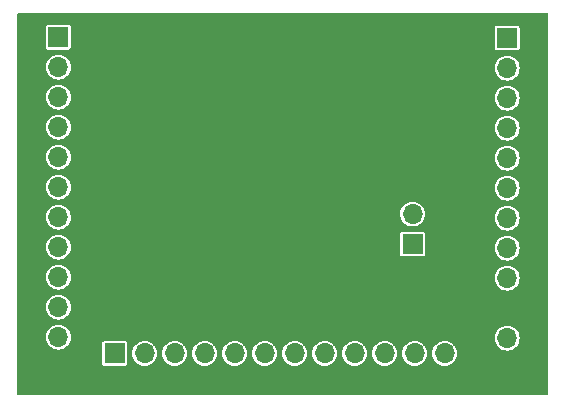
<source format=gbr>
%TF.GenerationSoftware,KiCad,Pcbnew,8.0.1*%
%TF.CreationDate,2024-04-24T16:47:31+07:00*%
%TF.ProjectId,holyiot-21043-nrf52810,686f6c79-696f-4742-9d32-313034332d6e,rev?*%
%TF.SameCoordinates,Original*%
%TF.FileFunction,Copper,L2,Bot*%
%TF.FilePolarity,Positive*%
%FSLAX46Y46*%
G04 Gerber Fmt 4.6, Leading zero omitted, Abs format (unit mm)*
G04 Created by KiCad (PCBNEW 8.0.1) date 2024-04-24 16:47:31*
%MOMM*%
%LPD*%
G01*
G04 APERTURE LIST*
%TA.AperFunction,ComponentPad*%
%ADD10R,1.700000X1.700000*%
%TD*%
%TA.AperFunction,ComponentPad*%
%ADD11O,1.700000X1.700000*%
%TD*%
%TA.AperFunction,ViaPad*%
%ADD12C,0.600000*%
%TD*%
G04 APERTURE END LIST*
D10*
%TO.P,J1,1,Pin_1*%
%TO.N,/P0.25*%
X162000000Y-101300000D03*
D11*
%TO.P,J1,2,Pin_2*%
%TO.N,/P0.26*%
X162000000Y-103840000D03*
%TO.P,J1,3,Pin_3*%
%TO.N,/P0.27*%
X162000000Y-106380000D03*
%TO.P,J1,4,Pin_4*%
%TO.N,/P0.28*%
X162000000Y-108920000D03*
%TO.P,J1,5,Pin_5*%
%TO.N,/P0.29*%
X162000000Y-111460000D03*
%TO.P,J1,6,Pin_6*%
%TO.N,/P0.30*%
X162000000Y-114000000D03*
%TO.P,J1,7,Pin_7*%
%TO.N,/P0.31*%
X162000000Y-116540000D03*
%TO.P,J1,8,Pin_8*%
%TO.N,/P0.02*%
X162000000Y-119080000D03*
%TO.P,J1,9,Pin_9*%
%TO.N,/P0.03*%
X162000000Y-121620000D03*
%TO.P,J1,10,Pin_10*%
%TO.N,/GND*%
X162000000Y-124160000D03*
%TO.P,J1,11,Pin_11*%
%TO.N,/VCC*%
X162000000Y-126700000D03*
%TD*%
D10*
%TO.P,J4,1,Pin_1*%
%TO.N,/VCC*%
X154000000Y-118740000D03*
D11*
%TO.P,J4,2,Pin_2*%
%TO.N,Net-(J4-Pin_2)*%
X154000000Y-116200000D03*
%TD*%
D10*
%TO.P,J2,1,Pin_1*%
%TO.N,/P0.24*%
X124000000Y-101220000D03*
D11*
%TO.P,J2,2,Pin_2*%
%TO.N,/P0.23*%
X124000000Y-103760000D03*
%TO.P,J2,3,Pin_3*%
%TO.N,/P0.22*%
X124000000Y-106300000D03*
%TO.P,J2,4,Pin_4*%
%TO.N,/SWDIO*%
X124000000Y-108840000D03*
%TO.P,J2,5,Pin_5*%
%TO.N,/SWDCLK*%
X124000000Y-111380000D03*
%TO.P,J2,6,Pin_6*%
%TO.N,/P0.16*%
X124000000Y-113920000D03*
%TO.P,J2,7,Pin_7*%
%TO.N,/P0.17*%
X124000000Y-116460000D03*
%TO.P,J2,8,Pin_8*%
%TO.N,/P0.18*%
X124000000Y-119000000D03*
%TO.P,J2,9,Pin_9*%
%TO.N,/P0.19*%
X124000000Y-121540000D03*
%TO.P,J2,10,Pin_10*%
%TO.N,/P0.20*%
X124000000Y-124080000D03*
%TO.P,J2,11,Pin_11*%
%TO.N,/P0.21{slash}RESET*%
X124000000Y-126620000D03*
%TD*%
D10*
%TO.P,J3,1,Pin_1*%
%TO.N,/P0.15*%
X128760000Y-128000000D03*
D11*
%TO.P,J3,2,Pin_2*%
%TO.N,/P0.14*%
X131300000Y-128000000D03*
%TO.P,J3,3,Pin_3*%
%TO.N,/P0.13*%
X133840000Y-128000000D03*
%TO.P,J3,4,Pin_4*%
%TO.N,/P0.12*%
X136380000Y-128000000D03*
%TO.P,J3,5,Pin_5*%
%TO.N,/P0.11*%
X138920000Y-128000000D03*
%TO.P,J3,6,Pin_6*%
%TO.N,/P0.10*%
X141460000Y-128000000D03*
%TO.P,J3,7,Pin_7*%
%TO.N,/P0.09*%
X144000000Y-128000000D03*
%TO.P,J3,8,Pin_8*%
%TO.N,/P0.08*%
X146540000Y-128000000D03*
%TO.P,J3,9,Pin_9*%
%TO.N,/P0.07*%
X149080000Y-128000000D03*
%TO.P,J3,10,Pin_10*%
%TO.N,/P0.06*%
X151620000Y-128000000D03*
%TO.P,J3,11,Pin_11*%
%TO.N,/P0.05*%
X154160000Y-128000000D03*
%TO.P,J3,12,Pin_12*%
%TO.N,/P0.04*%
X156700000Y-128000000D03*
%TD*%
D12*
%TO.N,/GND*%
X153000000Y-109600000D03*
X148800000Y-110200000D03*
X152000000Y-109600000D03*
X148800000Y-109000000D03*
%TD*%
%TA.AperFunction,Conductor*%
%TO.N,/GND*%
G36*
X165442539Y-99220185D02*
G01*
X165488294Y-99272989D01*
X165499500Y-99324500D01*
X165499500Y-131375500D01*
X165479815Y-131442539D01*
X165427011Y-131488294D01*
X165375500Y-131499500D01*
X120624500Y-131499500D01*
X120557461Y-131479815D01*
X120511706Y-131427011D01*
X120500500Y-131375500D01*
X120500500Y-128869752D01*
X127709500Y-128869752D01*
X127721131Y-128928229D01*
X127721132Y-128928230D01*
X127765447Y-128994552D01*
X127831769Y-129038867D01*
X127831770Y-129038868D01*
X127890247Y-129050499D01*
X127890250Y-129050500D01*
X127890252Y-129050500D01*
X129629750Y-129050500D01*
X129629751Y-129050499D01*
X129644568Y-129047552D01*
X129688229Y-129038868D01*
X129688229Y-129038867D01*
X129688231Y-129038867D01*
X129754552Y-128994552D01*
X129798867Y-128928231D01*
X129798867Y-128928229D01*
X129798868Y-128928229D01*
X129810499Y-128869752D01*
X129810500Y-128869750D01*
X129810500Y-128000000D01*
X130244417Y-128000000D01*
X130264699Y-128205932D01*
X130264700Y-128205934D01*
X130324768Y-128403954D01*
X130422315Y-128586450D01*
X130422317Y-128586452D01*
X130553589Y-128746410D01*
X130650209Y-128825702D01*
X130713550Y-128877685D01*
X130896046Y-128975232D01*
X131094066Y-129035300D01*
X131094065Y-129035300D01*
X131112529Y-129037118D01*
X131300000Y-129055583D01*
X131505934Y-129035300D01*
X131703954Y-128975232D01*
X131886450Y-128877685D01*
X132046410Y-128746410D01*
X132177685Y-128586450D01*
X132275232Y-128403954D01*
X132335300Y-128205934D01*
X132355583Y-128000000D01*
X132784417Y-128000000D01*
X132804699Y-128205932D01*
X132804700Y-128205934D01*
X132864768Y-128403954D01*
X132962315Y-128586450D01*
X132962317Y-128586452D01*
X133093589Y-128746410D01*
X133190209Y-128825702D01*
X133253550Y-128877685D01*
X133436046Y-128975232D01*
X133634066Y-129035300D01*
X133634065Y-129035300D01*
X133652529Y-129037118D01*
X133840000Y-129055583D01*
X134045934Y-129035300D01*
X134243954Y-128975232D01*
X134426450Y-128877685D01*
X134586410Y-128746410D01*
X134717685Y-128586450D01*
X134815232Y-128403954D01*
X134875300Y-128205934D01*
X134895583Y-128000000D01*
X135324417Y-128000000D01*
X135344699Y-128205932D01*
X135344700Y-128205934D01*
X135404768Y-128403954D01*
X135502315Y-128586450D01*
X135502317Y-128586452D01*
X135633589Y-128746410D01*
X135730209Y-128825702D01*
X135793550Y-128877685D01*
X135976046Y-128975232D01*
X136174066Y-129035300D01*
X136174065Y-129035300D01*
X136192529Y-129037118D01*
X136380000Y-129055583D01*
X136585934Y-129035300D01*
X136783954Y-128975232D01*
X136966450Y-128877685D01*
X137126410Y-128746410D01*
X137257685Y-128586450D01*
X137355232Y-128403954D01*
X137415300Y-128205934D01*
X137435583Y-128000000D01*
X137864417Y-128000000D01*
X137884699Y-128205932D01*
X137884700Y-128205934D01*
X137944768Y-128403954D01*
X138042315Y-128586450D01*
X138042317Y-128586452D01*
X138173589Y-128746410D01*
X138270209Y-128825702D01*
X138333550Y-128877685D01*
X138516046Y-128975232D01*
X138714066Y-129035300D01*
X138714065Y-129035300D01*
X138732529Y-129037118D01*
X138920000Y-129055583D01*
X139125934Y-129035300D01*
X139323954Y-128975232D01*
X139506450Y-128877685D01*
X139666410Y-128746410D01*
X139797685Y-128586450D01*
X139895232Y-128403954D01*
X139955300Y-128205934D01*
X139975583Y-128000000D01*
X140404417Y-128000000D01*
X140424699Y-128205932D01*
X140424700Y-128205934D01*
X140484768Y-128403954D01*
X140582315Y-128586450D01*
X140582317Y-128586452D01*
X140713589Y-128746410D01*
X140810209Y-128825702D01*
X140873550Y-128877685D01*
X141056046Y-128975232D01*
X141254066Y-129035300D01*
X141254065Y-129035300D01*
X141272529Y-129037118D01*
X141460000Y-129055583D01*
X141665934Y-129035300D01*
X141863954Y-128975232D01*
X142046450Y-128877685D01*
X142206410Y-128746410D01*
X142337685Y-128586450D01*
X142435232Y-128403954D01*
X142495300Y-128205934D01*
X142515583Y-128000000D01*
X142944417Y-128000000D01*
X142964699Y-128205932D01*
X142964700Y-128205934D01*
X143024768Y-128403954D01*
X143122315Y-128586450D01*
X143122317Y-128586452D01*
X143253589Y-128746410D01*
X143350209Y-128825702D01*
X143413550Y-128877685D01*
X143596046Y-128975232D01*
X143794066Y-129035300D01*
X143794065Y-129035300D01*
X143812529Y-129037118D01*
X144000000Y-129055583D01*
X144205934Y-129035300D01*
X144403954Y-128975232D01*
X144586450Y-128877685D01*
X144746410Y-128746410D01*
X144877685Y-128586450D01*
X144975232Y-128403954D01*
X145035300Y-128205934D01*
X145055583Y-128000000D01*
X145484417Y-128000000D01*
X145504699Y-128205932D01*
X145504700Y-128205934D01*
X145564768Y-128403954D01*
X145662315Y-128586450D01*
X145662317Y-128586452D01*
X145793589Y-128746410D01*
X145890209Y-128825702D01*
X145953550Y-128877685D01*
X146136046Y-128975232D01*
X146334066Y-129035300D01*
X146334065Y-129035300D01*
X146352529Y-129037118D01*
X146540000Y-129055583D01*
X146745934Y-129035300D01*
X146943954Y-128975232D01*
X147126450Y-128877685D01*
X147286410Y-128746410D01*
X147417685Y-128586450D01*
X147515232Y-128403954D01*
X147575300Y-128205934D01*
X147595583Y-128000000D01*
X148024417Y-128000000D01*
X148044699Y-128205932D01*
X148044700Y-128205934D01*
X148104768Y-128403954D01*
X148202315Y-128586450D01*
X148202317Y-128586452D01*
X148333589Y-128746410D01*
X148430209Y-128825702D01*
X148493550Y-128877685D01*
X148676046Y-128975232D01*
X148874066Y-129035300D01*
X148874065Y-129035300D01*
X148892529Y-129037118D01*
X149080000Y-129055583D01*
X149285934Y-129035300D01*
X149483954Y-128975232D01*
X149666450Y-128877685D01*
X149826410Y-128746410D01*
X149957685Y-128586450D01*
X150055232Y-128403954D01*
X150115300Y-128205934D01*
X150135583Y-128000000D01*
X150564417Y-128000000D01*
X150584699Y-128205932D01*
X150584700Y-128205934D01*
X150644768Y-128403954D01*
X150742315Y-128586450D01*
X150742317Y-128586452D01*
X150873589Y-128746410D01*
X150970209Y-128825702D01*
X151033550Y-128877685D01*
X151216046Y-128975232D01*
X151414066Y-129035300D01*
X151414065Y-129035300D01*
X151432529Y-129037118D01*
X151620000Y-129055583D01*
X151825934Y-129035300D01*
X152023954Y-128975232D01*
X152206450Y-128877685D01*
X152366410Y-128746410D01*
X152497685Y-128586450D01*
X152595232Y-128403954D01*
X152655300Y-128205934D01*
X152675583Y-128000000D01*
X153104417Y-128000000D01*
X153124699Y-128205932D01*
X153124700Y-128205934D01*
X153184768Y-128403954D01*
X153282315Y-128586450D01*
X153282317Y-128586452D01*
X153413589Y-128746410D01*
X153510209Y-128825702D01*
X153573550Y-128877685D01*
X153756046Y-128975232D01*
X153954066Y-129035300D01*
X153954065Y-129035300D01*
X153972529Y-129037118D01*
X154160000Y-129055583D01*
X154365934Y-129035300D01*
X154563954Y-128975232D01*
X154746450Y-128877685D01*
X154906410Y-128746410D01*
X155037685Y-128586450D01*
X155135232Y-128403954D01*
X155195300Y-128205934D01*
X155215583Y-128000000D01*
X155644417Y-128000000D01*
X155664699Y-128205932D01*
X155664700Y-128205934D01*
X155724768Y-128403954D01*
X155822315Y-128586450D01*
X155822317Y-128586452D01*
X155953589Y-128746410D01*
X156050209Y-128825702D01*
X156113550Y-128877685D01*
X156296046Y-128975232D01*
X156494066Y-129035300D01*
X156494065Y-129035300D01*
X156512529Y-129037118D01*
X156700000Y-129055583D01*
X156905934Y-129035300D01*
X157103954Y-128975232D01*
X157286450Y-128877685D01*
X157446410Y-128746410D01*
X157577685Y-128586450D01*
X157675232Y-128403954D01*
X157735300Y-128205934D01*
X157755583Y-128000000D01*
X157735300Y-127794066D01*
X157675232Y-127596046D01*
X157577685Y-127413550D01*
X157525702Y-127350209D01*
X157446410Y-127253589D01*
X157296121Y-127130252D01*
X157286450Y-127122315D01*
X157103954Y-127024768D01*
X156905934Y-126964700D01*
X156905932Y-126964699D01*
X156905934Y-126964699D01*
X156700000Y-126944417D01*
X156494067Y-126964699D01*
X156359736Y-127005448D01*
X156298730Y-127023954D01*
X156296043Y-127024769D01*
X156208114Y-127071769D01*
X156113550Y-127122315D01*
X156113548Y-127122316D01*
X156113547Y-127122317D01*
X155953589Y-127253589D01*
X155822317Y-127413547D01*
X155724769Y-127596043D01*
X155664699Y-127794067D01*
X155644417Y-128000000D01*
X155215583Y-128000000D01*
X155195300Y-127794066D01*
X155135232Y-127596046D01*
X155037685Y-127413550D01*
X154985702Y-127350209D01*
X154906410Y-127253589D01*
X154756121Y-127130252D01*
X154746450Y-127122315D01*
X154563954Y-127024768D01*
X154365934Y-126964700D01*
X154365932Y-126964699D01*
X154365934Y-126964699D01*
X154160000Y-126944417D01*
X153954067Y-126964699D01*
X153819736Y-127005448D01*
X153758730Y-127023954D01*
X153756043Y-127024769D01*
X153668114Y-127071769D01*
X153573550Y-127122315D01*
X153573548Y-127122316D01*
X153573547Y-127122317D01*
X153413589Y-127253589D01*
X153282317Y-127413547D01*
X153184769Y-127596043D01*
X153124699Y-127794067D01*
X153104417Y-128000000D01*
X152675583Y-128000000D01*
X152655300Y-127794066D01*
X152595232Y-127596046D01*
X152497685Y-127413550D01*
X152445702Y-127350209D01*
X152366410Y-127253589D01*
X152216121Y-127130252D01*
X152206450Y-127122315D01*
X152023954Y-127024768D01*
X151825934Y-126964700D01*
X151825932Y-126964699D01*
X151825934Y-126964699D01*
X151620000Y-126944417D01*
X151414067Y-126964699D01*
X151279736Y-127005448D01*
X151218730Y-127023954D01*
X151216043Y-127024769D01*
X151128114Y-127071769D01*
X151033550Y-127122315D01*
X151033548Y-127122316D01*
X151033547Y-127122317D01*
X150873589Y-127253589D01*
X150742317Y-127413547D01*
X150644769Y-127596043D01*
X150584699Y-127794067D01*
X150564417Y-128000000D01*
X150135583Y-128000000D01*
X150115300Y-127794066D01*
X150055232Y-127596046D01*
X149957685Y-127413550D01*
X149905702Y-127350209D01*
X149826410Y-127253589D01*
X149676121Y-127130252D01*
X149666450Y-127122315D01*
X149483954Y-127024768D01*
X149285934Y-126964700D01*
X149285932Y-126964699D01*
X149285934Y-126964699D01*
X149080000Y-126944417D01*
X148874067Y-126964699D01*
X148739736Y-127005448D01*
X148678730Y-127023954D01*
X148676043Y-127024769D01*
X148588114Y-127071769D01*
X148493550Y-127122315D01*
X148493548Y-127122316D01*
X148493547Y-127122317D01*
X148333589Y-127253589D01*
X148202317Y-127413547D01*
X148104769Y-127596043D01*
X148044699Y-127794067D01*
X148024417Y-128000000D01*
X147595583Y-128000000D01*
X147575300Y-127794066D01*
X147515232Y-127596046D01*
X147417685Y-127413550D01*
X147365702Y-127350209D01*
X147286410Y-127253589D01*
X147136121Y-127130252D01*
X147126450Y-127122315D01*
X146943954Y-127024768D01*
X146745934Y-126964700D01*
X146745932Y-126964699D01*
X146745934Y-126964699D01*
X146540000Y-126944417D01*
X146334067Y-126964699D01*
X146199736Y-127005448D01*
X146138730Y-127023954D01*
X146136043Y-127024769D01*
X146048114Y-127071769D01*
X145953550Y-127122315D01*
X145953548Y-127122316D01*
X145953547Y-127122317D01*
X145793589Y-127253589D01*
X145662317Y-127413547D01*
X145564769Y-127596043D01*
X145504699Y-127794067D01*
X145484417Y-128000000D01*
X145055583Y-128000000D01*
X145035300Y-127794066D01*
X144975232Y-127596046D01*
X144877685Y-127413550D01*
X144825702Y-127350209D01*
X144746410Y-127253589D01*
X144596121Y-127130252D01*
X144586450Y-127122315D01*
X144403954Y-127024768D01*
X144205934Y-126964700D01*
X144205932Y-126964699D01*
X144205934Y-126964699D01*
X144000000Y-126944417D01*
X143794067Y-126964699D01*
X143659736Y-127005448D01*
X143598730Y-127023954D01*
X143596043Y-127024769D01*
X143508114Y-127071769D01*
X143413550Y-127122315D01*
X143413548Y-127122316D01*
X143413547Y-127122317D01*
X143253589Y-127253589D01*
X143122317Y-127413547D01*
X143024769Y-127596043D01*
X142964699Y-127794067D01*
X142944417Y-128000000D01*
X142515583Y-128000000D01*
X142495300Y-127794066D01*
X142435232Y-127596046D01*
X142337685Y-127413550D01*
X142285702Y-127350209D01*
X142206410Y-127253589D01*
X142056121Y-127130252D01*
X142046450Y-127122315D01*
X141863954Y-127024768D01*
X141665934Y-126964700D01*
X141665932Y-126964699D01*
X141665934Y-126964699D01*
X141460000Y-126944417D01*
X141254067Y-126964699D01*
X141119736Y-127005448D01*
X141058730Y-127023954D01*
X141056043Y-127024769D01*
X140968114Y-127071769D01*
X140873550Y-127122315D01*
X140873548Y-127122316D01*
X140873547Y-127122317D01*
X140713589Y-127253589D01*
X140582317Y-127413547D01*
X140484769Y-127596043D01*
X140424699Y-127794067D01*
X140404417Y-128000000D01*
X139975583Y-128000000D01*
X139955300Y-127794066D01*
X139895232Y-127596046D01*
X139797685Y-127413550D01*
X139745702Y-127350209D01*
X139666410Y-127253589D01*
X139516121Y-127130252D01*
X139506450Y-127122315D01*
X139323954Y-127024768D01*
X139125934Y-126964700D01*
X139125932Y-126964699D01*
X139125934Y-126964699D01*
X138920000Y-126944417D01*
X138714067Y-126964699D01*
X138579736Y-127005448D01*
X138518730Y-127023954D01*
X138516043Y-127024769D01*
X138428114Y-127071769D01*
X138333550Y-127122315D01*
X138333548Y-127122316D01*
X138333547Y-127122317D01*
X138173589Y-127253589D01*
X138042317Y-127413547D01*
X137944769Y-127596043D01*
X137884699Y-127794067D01*
X137864417Y-128000000D01*
X137435583Y-128000000D01*
X137415300Y-127794066D01*
X137355232Y-127596046D01*
X137257685Y-127413550D01*
X137205702Y-127350209D01*
X137126410Y-127253589D01*
X136976121Y-127130252D01*
X136966450Y-127122315D01*
X136783954Y-127024768D01*
X136585934Y-126964700D01*
X136585932Y-126964699D01*
X136585934Y-126964699D01*
X136380000Y-126944417D01*
X136174067Y-126964699D01*
X136039736Y-127005448D01*
X135978730Y-127023954D01*
X135976043Y-127024769D01*
X135888114Y-127071769D01*
X135793550Y-127122315D01*
X135793548Y-127122316D01*
X135793547Y-127122317D01*
X135633589Y-127253589D01*
X135502317Y-127413547D01*
X135404769Y-127596043D01*
X135344699Y-127794067D01*
X135324417Y-128000000D01*
X134895583Y-128000000D01*
X134875300Y-127794066D01*
X134815232Y-127596046D01*
X134717685Y-127413550D01*
X134665702Y-127350209D01*
X134586410Y-127253589D01*
X134436121Y-127130252D01*
X134426450Y-127122315D01*
X134243954Y-127024768D01*
X134045934Y-126964700D01*
X134045932Y-126964699D01*
X134045934Y-126964699D01*
X133840000Y-126944417D01*
X133634067Y-126964699D01*
X133499736Y-127005448D01*
X133438730Y-127023954D01*
X133436043Y-127024769D01*
X133348114Y-127071769D01*
X133253550Y-127122315D01*
X133253548Y-127122316D01*
X133253547Y-127122317D01*
X133093589Y-127253589D01*
X132962317Y-127413547D01*
X132864769Y-127596043D01*
X132804699Y-127794067D01*
X132784417Y-128000000D01*
X132355583Y-128000000D01*
X132335300Y-127794066D01*
X132275232Y-127596046D01*
X132177685Y-127413550D01*
X132125702Y-127350209D01*
X132046410Y-127253589D01*
X131896121Y-127130252D01*
X131886450Y-127122315D01*
X131703954Y-127024768D01*
X131505934Y-126964700D01*
X131505932Y-126964699D01*
X131505934Y-126964699D01*
X131300000Y-126944417D01*
X131094067Y-126964699D01*
X130959736Y-127005448D01*
X130898730Y-127023954D01*
X130896043Y-127024769D01*
X130808114Y-127071769D01*
X130713550Y-127122315D01*
X130713548Y-127122316D01*
X130713547Y-127122317D01*
X130553589Y-127253589D01*
X130422317Y-127413547D01*
X130324769Y-127596043D01*
X130264699Y-127794067D01*
X130244417Y-128000000D01*
X129810500Y-128000000D01*
X129810500Y-127130249D01*
X129810499Y-127130247D01*
X129798868Y-127071770D01*
X129798867Y-127071769D01*
X129754552Y-127005447D01*
X129688230Y-126961132D01*
X129688229Y-126961131D01*
X129629752Y-126949500D01*
X129629748Y-126949500D01*
X127890252Y-126949500D01*
X127890247Y-126949500D01*
X127831770Y-126961131D01*
X127831769Y-126961132D01*
X127765447Y-127005447D01*
X127721132Y-127071769D01*
X127721131Y-127071770D01*
X127709500Y-127130247D01*
X127709500Y-128869752D01*
X120500500Y-128869752D01*
X120500500Y-126620000D01*
X122944417Y-126620000D01*
X122964699Y-126825932D01*
X122964700Y-126825934D01*
X123024768Y-127023954D01*
X123122315Y-127206450D01*
X123122317Y-127206452D01*
X123253589Y-127366410D01*
X123350209Y-127445702D01*
X123413550Y-127497685D01*
X123596046Y-127595232D01*
X123794066Y-127655300D01*
X123794065Y-127655300D01*
X123812529Y-127657118D01*
X124000000Y-127675583D01*
X124205934Y-127655300D01*
X124403954Y-127595232D01*
X124586450Y-127497685D01*
X124746410Y-127366410D01*
X124877685Y-127206450D01*
X124975232Y-127023954D01*
X125035300Y-126825934D01*
X125047704Y-126700000D01*
X160944417Y-126700000D01*
X160964699Y-126905932D01*
X160981444Y-126961132D01*
X161024768Y-127103954D01*
X161122315Y-127286450D01*
X161122317Y-127286452D01*
X161253589Y-127446410D01*
X161316065Y-127497682D01*
X161413550Y-127577685D01*
X161596046Y-127675232D01*
X161794066Y-127735300D01*
X161794065Y-127735300D01*
X161812529Y-127737118D01*
X162000000Y-127755583D01*
X162205934Y-127735300D01*
X162403954Y-127675232D01*
X162586450Y-127577685D01*
X162746410Y-127446410D01*
X162877685Y-127286450D01*
X162975232Y-127103954D01*
X163035300Y-126905934D01*
X163055583Y-126700000D01*
X163035300Y-126494066D01*
X162975232Y-126296046D01*
X162877685Y-126113550D01*
X162812029Y-126033547D01*
X162746410Y-125953589D01*
X162586452Y-125822317D01*
X162586453Y-125822317D01*
X162586450Y-125822315D01*
X162403954Y-125724768D01*
X162205934Y-125664700D01*
X162205932Y-125664699D01*
X162205934Y-125664699D01*
X162000000Y-125644417D01*
X161794067Y-125664699D01*
X161596043Y-125724769D01*
X161563214Y-125742317D01*
X161413550Y-125822315D01*
X161413548Y-125822316D01*
X161413547Y-125822317D01*
X161253589Y-125953589D01*
X161122317Y-126113547D01*
X161024769Y-126296043D01*
X160964699Y-126494067D01*
X160944417Y-126700000D01*
X125047704Y-126700000D01*
X125055583Y-126620000D01*
X125035300Y-126414066D01*
X124975232Y-126216046D01*
X124877685Y-126033550D01*
X124812063Y-125953589D01*
X124746410Y-125873589D01*
X124586452Y-125742317D01*
X124586453Y-125742317D01*
X124586450Y-125742315D01*
X124403954Y-125644768D01*
X124205934Y-125584700D01*
X124205932Y-125584699D01*
X124205934Y-125584699D01*
X124000000Y-125564417D01*
X123794067Y-125584699D01*
X123596043Y-125644769D01*
X123485898Y-125703643D01*
X123413550Y-125742315D01*
X123413548Y-125742316D01*
X123413547Y-125742317D01*
X123253589Y-125873589D01*
X123122317Y-126033547D01*
X123024769Y-126216043D01*
X122964699Y-126414067D01*
X122944417Y-126620000D01*
X120500500Y-126620000D01*
X120500500Y-124080000D01*
X122944417Y-124080000D01*
X122964699Y-124285932D01*
X122964700Y-124285934D01*
X123024768Y-124483954D01*
X123122315Y-124666450D01*
X123122317Y-124666452D01*
X123253589Y-124826410D01*
X123350209Y-124905702D01*
X123413550Y-124957685D01*
X123596046Y-125055232D01*
X123794066Y-125115300D01*
X123794065Y-125115300D01*
X123812529Y-125117118D01*
X124000000Y-125135583D01*
X124205934Y-125115300D01*
X124403954Y-125055232D01*
X124586450Y-124957685D01*
X124746410Y-124826410D01*
X124877685Y-124666450D01*
X124975232Y-124483954D01*
X125035300Y-124285934D01*
X125055583Y-124080000D01*
X125035300Y-123874066D01*
X124975232Y-123676046D01*
X124877685Y-123493550D01*
X124825702Y-123430209D01*
X124746410Y-123333589D01*
X124586452Y-123202317D01*
X124586453Y-123202317D01*
X124586450Y-123202315D01*
X124403954Y-123104768D01*
X124205934Y-123044700D01*
X124205932Y-123044699D01*
X124205934Y-123044699D01*
X124000000Y-123024417D01*
X123794067Y-123044699D01*
X123596043Y-123104769D01*
X123485898Y-123163643D01*
X123413550Y-123202315D01*
X123413548Y-123202316D01*
X123413547Y-123202317D01*
X123253589Y-123333589D01*
X123122317Y-123493547D01*
X123024769Y-123676043D01*
X122964699Y-123874067D01*
X122944417Y-124080000D01*
X120500500Y-124080000D01*
X120500500Y-121540000D01*
X122944417Y-121540000D01*
X122964699Y-121745932D01*
X122964700Y-121745934D01*
X123024768Y-121943954D01*
X123122315Y-122126450D01*
X123122317Y-122126452D01*
X123253589Y-122286410D01*
X123350209Y-122365702D01*
X123413550Y-122417685D01*
X123596046Y-122515232D01*
X123794066Y-122575300D01*
X123794065Y-122575300D01*
X123812529Y-122577118D01*
X124000000Y-122595583D01*
X124205934Y-122575300D01*
X124403954Y-122515232D01*
X124586450Y-122417685D01*
X124746410Y-122286410D01*
X124877685Y-122126450D01*
X124975232Y-121943954D01*
X125035300Y-121745934D01*
X125047704Y-121620000D01*
X160944417Y-121620000D01*
X160964699Y-121825932D01*
X160964700Y-121825934D01*
X161024768Y-122023954D01*
X161122315Y-122206450D01*
X161122317Y-122206452D01*
X161253589Y-122366410D01*
X161316065Y-122417682D01*
X161413550Y-122497685D01*
X161596046Y-122595232D01*
X161794066Y-122655300D01*
X161794065Y-122655300D01*
X161812529Y-122657118D01*
X162000000Y-122675583D01*
X162205934Y-122655300D01*
X162403954Y-122595232D01*
X162586450Y-122497685D01*
X162746410Y-122366410D01*
X162877685Y-122206450D01*
X162975232Y-122023954D01*
X163035300Y-121825934D01*
X163055583Y-121620000D01*
X163035300Y-121414066D01*
X162975232Y-121216046D01*
X162877685Y-121033550D01*
X162812029Y-120953547D01*
X162746410Y-120873589D01*
X162586452Y-120742317D01*
X162586453Y-120742317D01*
X162586450Y-120742315D01*
X162403954Y-120644768D01*
X162205934Y-120584700D01*
X162205932Y-120584699D01*
X162205934Y-120584699D01*
X162000000Y-120564417D01*
X161794067Y-120584699D01*
X161596043Y-120644769D01*
X161563214Y-120662317D01*
X161413550Y-120742315D01*
X161413548Y-120742316D01*
X161413547Y-120742317D01*
X161253589Y-120873589D01*
X161122317Y-121033547D01*
X161024769Y-121216043D01*
X160964699Y-121414067D01*
X160944417Y-121620000D01*
X125047704Y-121620000D01*
X125055583Y-121540000D01*
X125035300Y-121334066D01*
X124975232Y-121136046D01*
X124877685Y-120953550D01*
X124812063Y-120873589D01*
X124746410Y-120793589D01*
X124586452Y-120662317D01*
X124586453Y-120662317D01*
X124586450Y-120662315D01*
X124403954Y-120564768D01*
X124205934Y-120504700D01*
X124205932Y-120504699D01*
X124205934Y-120504699D01*
X124000000Y-120484417D01*
X123794067Y-120504699D01*
X123596043Y-120564769D01*
X123485898Y-120623643D01*
X123413550Y-120662315D01*
X123413548Y-120662316D01*
X123413547Y-120662317D01*
X123253589Y-120793589D01*
X123122317Y-120953547D01*
X123024769Y-121136043D01*
X122964699Y-121334067D01*
X122944417Y-121540000D01*
X120500500Y-121540000D01*
X120500500Y-119000000D01*
X122944417Y-119000000D01*
X122964699Y-119205932D01*
X122964700Y-119205934D01*
X123024768Y-119403954D01*
X123122315Y-119586450D01*
X123156969Y-119628677D01*
X123253589Y-119746410D01*
X123307314Y-119790500D01*
X123413550Y-119877685D01*
X123596046Y-119975232D01*
X123794066Y-120035300D01*
X123794065Y-120035300D01*
X123812529Y-120037118D01*
X124000000Y-120055583D01*
X124205934Y-120035300D01*
X124403954Y-119975232D01*
X124586450Y-119877685D01*
X124746410Y-119746410D01*
X124858562Y-119609752D01*
X152949500Y-119609752D01*
X152961131Y-119668229D01*
X152961132Y-119668230D01*
X153005447Y-119734552D01*
X153071769Y-119778867D01*
X153071770Y-119778868D01*
X153130247Y-119790499D01*
X153130250Y-119790500D01*
X153130252Y-119790500D01*
X154869750Y-119790500D01*
X154869751Y-119790499D01*
X154884568Y-119787552D01*
X154928229Y-119778868D01*
X154928229Y-119778867D01*
X154928231Y-119778867D01*
X154994552Y-119734552D01*
X155038867Y-119668231D01*
X155038867Y-119668229D01*
X155038868Y-119668229D01*
X155050499Y-119609752D01*
X155050500Y-119609750D01*
X155050500Y-119080000D01*
X160944417Y-119080000D01*
X160964699Y-119285932D01*
X160964700Y-119285934D01*
X161024768Y-119483954D01*
X161122315Y-119666450D01*
X161122317Y-119666452D01*
X161253589Y-119826410D01*
X161316065Y-119877682D01*
X161413550Y-119957685D01*
X161596046Y-120055232D01*
X161794066Y-120115300D01*
X161794065Y-120115300D01*
X161812529Y-120117118D01*
X162000000Y-120135583D01*
X162205934Y-120115300D01*
X162403954Y-120055232D01*
X162586450Y-119957685D01*
X162746410Y-119826410D01*
X162877685Y-119666450D01*
X162975232Y-119483954D01*
X163035300Y-119285934D01*
X163055583Y-119080000D01*
X163035300Y-118874066D01*
X162975232Y-118676046D01*
X162877685Y-118493550D01*
X162812029Y-118413547D01*
X162746410Y-118333589D01*
X162586452Y-118202317D01*
X162586453Y-118202317D01*
X162586450Y-118202315D01*
X162403954Y-118104768D01*
X162205934Y-118044700D01*
X162205932Y-118044699D01*
X162205934Y-118044699D01*
X162000000Y-118024417D01*
X161794067Y-118044699D01*
X161596043Y-118104769D01*
X161563214Y-118122317D01*
X161413550Y-118202315D01*
X161413548Y-118202316D01*
X161413547Y-118202317D01*
X161253589Y-118333589D01*
X161122317Y-118493547D01*
X161024769Y-118676043D01*
X160964699Y-118874067D01*
X160944417Y-119080000D01*
X155050500Y-119080000D01*
X155050500Y-117870249D01*
X155050499Y-117870247D01*
X155038868Y-117811770D01*
X155038867Y-117811769D01*
X154994552Y-117745447D01*
X154928230Y-117701132D01*
X154928229Y-117701131D01*
X154869752Y-117689500D01*
X154869748Y-117689500D01*
X153130252Y-117689500D01*
X153130247Y-117689500D01*
X153071770Y-117701131D01*
X153071769Y-117701132D01*
X153005447Y-117745447D01*
X152961132Y-117811769D01*
X152961131Y-117811770D01*
X152949500Y-117870247D01*
X152949500Y-119609752D01*
X124858562Y-119609752D01*
X124877685Y-119586450D01*
X124975232Y-119403954D01*
X125035300Y-119205934D01*
X125055583Y-119000000D01*
X125035300Y-118794066D01*
X124975232Y-118596046D01*
X124877685Y-118413550D01*
X124812063Y-118333589D01*
X124746410Y-118253589D01*
X124586452Y-118122317D01*
X124586453Y-118122317D01*
X124586450Y-118122315D01*
X124403954Y-118024768D01*
X124205934Y-117964700D01*
X124205932Y-117964699D01*
X124205934Y-117964699D01*
X124000000Y-117944417D01*
X123794067Y-117964699D01*
X123596043Y-118024769D01*
X123485898Y-118083643D01*
X123413550Y-118122315D01*
X123413548Y-118122316D01*
X123413547Y-118122317D01*
X123253589Y-118253589D01*
X123122317Y-118413547D01*
X123024769Y-118596043D01*
X122964699Y-118794067D01*
X122944417Y-119000000D01*
X120500500Y-119000000D01*
X120500500Y-116460000D01*
X122944417Y-116460000D01*
X122964699Y-116665932D01*
X122964700Y-116665934D01*
X123024768Y-116863954D01*
X123122315Y-117046450D01*
X123122317Y-117046452D01*
X123253589Y-117206410D01*
X123350209Y-117285702D01*
X123413550Y-117337685D01*
X123596046Y-117435232D01*
X123794066Y-117495300D01*
X123794065Y-117495300D01*
X123812529Y-117497118D01*
X124000000Y-117515583D01*
X124205934Y-117495300D01*
X124403954Y-117435232D01*
X124586450Y-117337685D01*
X124746410Y-117206410D01*
X124877685Y-117046450D01*
X124975232Y-116863954D01*
X125035300Y-116665934D01*
X125055583Y-116460000D01*
X125035300Y-116254066D01*
X125018899Y-116200000D01*
X152944417Y-116200000D01*
X152964699Y-116405932D01*
X152994734Y-116504944D01*
X153024768Y-116603954D01*
X153122315Y-116786450D01*
X153122317Y-116786452D01*
X153253589Y-116946410D01*
X153350209Y-117025702D01*
X153413550Y-117077685D01*
X153596046Y-117175232D01*
X153794066Y-117235300D01*
X153794065Y-117235300D01*
X153812529Y-117237118D01*
X154000000Y-117255583D01*
X154205934Y-117235300D01*
X154403954Y-117175232D01*
X154586450Y-117077685D01*
X154746410Y-116946410D01*
X154877685Y-116786450D01*
X154975232Y-116603954D01*
X154994632Y-116540000D01*
X160944417Y-116540000D01*
X160964699Y-116745932D01*
X160964700Y-116745934D01*
X161024768Y-116943954D01*
X161122315Y-117126450D01*
X161122317Y-117126452D01*
X161253589Y-117286410D01*
X161316065Y-117337682D01*
X161413550Y-117417685D01*
X161596046Y-117515232D01*
X161794066Y-117575300D01*
X161794065Y-117575300D01*
X161812529Y-117577118D01*
X162000000Y-117595583D01*
X162205934Y-117575300D01*
X162403954Y-117515232D01*
X162586450Y-117417685D01*
X162746410Y-117286410D01*
X162877685Y-117126450D01*
X162975232Y-116943954D01*
X163035300Y-116745934D01*
X163055583Y-116540000D01*
X163035300Y-116334066D01*
X162975232Y-116136046D01*
X162877685Y-115953550D01*
X162748426Y-115796046D01*
X162746410Y-115793589D01*
X162586452Y-115662317D01*
X162586453Y-115662317D01*
X162586450Y-115662315D01*
X162403954Y-115564768D01*
X162205934Y-115504700D01*
X162205932Y-115504699D01*
X162205934Y-115504699D01*
X162000000Y-115484417D01*
X161794067Y-115504699D01*
X161596043Y-115564769D01*
X161563214Y-115582317D01*
X161413550Y-115662315D01*
X161413548Y-115662316D01*
X161413547Y-115662317D01*
X161253589Y-115793589D01*
X161122317Y-115953547D01*
X161024769Y-116136043D01*
X160964699Y-116334067D01*
X160944417Y-116540000D01*
X154994632Y-116540000D01*
X155035300Y-116405934D01*
X155055583Y-116200000D01*
X155035300Y-115994066D01*
X154975232Y-115796046D01*
X154877685Y-115613550D01*
X154771998Y-115484769D01*
X154746410Y-115453589D01*
X154586452Y-115322317D01*
X154586453Y-115322317D01*
X154586450Y-115322315D01*
X154403954Y-115224768D01*
X154205934Y-115164700D01*
X154205932Y-115164699D01*
X154205934Y-115164699D01*
X154000000Y-115144417D01*
X153794067Y-115164699D01*
X153596043Y-115224769D01*
X153485898Y-115283643D01*
X153413550Y-115322315D01*
X153413548Y-115322316D01*
X153413547Y-115322317D01*
X153253589Y-115453589D01*
X153122317Y-115613547D01*
X153024769Y-115796043D01*
X152964699Y-115994067D01*
X152944417Y-116200000D01*
X125018899Y-116200000D01*
X124975232Y-116056046D01*
X124877685Y-115873550D01*
X124825702Y-115810209D01*
X124746410Y-115713589D01*
X124624510Y-115613550D01*
X124586450Y-115582315D01*
X124403954Y-115484768D01*
X124205934Y-115424700D01*
X124205932Y-115424699D01*
X124205934Y-115424699D01*
X124000000Y-115404417D01*
X123794067Y-115424699D01*
X123596043Y-115484769D01*
X123485898Y-115543643D01*
X123413550Y-115582315D01*
X123413548Y-115582316D01*
X123413547Y-115582317D01*
X123253589Y-115713589D01*
X123122317Y-115873547D01*
X123024769Y-116056043D01*
X122964699Y-116254067D01*
X122944417Y-116460000D01*
X120500500Y-116460000D01*
X120500500Y-113920000D01*
X122944417Y-113920000D01*
X122964699Y-114125932D01*
X122964700Y-114125934D01*
X123024768Y-114323954D01*
X123122315Y-114506450D01*
X123122317Y-114506452D01*
X123253589Y-114666410D01*
X123350209Y-114745702D01*
X123413550Y-114797685D01*
X123596046Y-114895232D01*
X123794066Y-114955300D01*
X123794065Y-114955300D01*
X123812529Y-114957118D01*
X124000000Y-114975583D01*
X124205934Y-114955300D01*
X124403954Y-114895232D01*
X124586450Y-114797685D01*
X124746410Y-114666410D01*
X124877685Y-114506450D01*
X124975232Y-114323954D01*
X125035300Y-114125934D01*
X125047704Y-114000000D01*
X160944417Y-114000000D01*
X160964699Y-114205932D01*
X160964700Y-114205934D01*
X161024768Y-114403954D01*
X161122315Y-114586450D01*
X161122317Y-114586452D01*
X161253589Y-114746410D01*
X161316065Y-114797682D01*
X161413550Y-114877685D01*
X161596046Y-114975232D01*
X161794066Y-115035300D01*
X161794065Y-115035300D01*
X161812529Y-115037118D01*
X162000000Y-115055583D01*
X162205934Y-115035300D01*
X162403954Y-114975232D01*
X162586450Y-114877685D01*
X162746410Y-114746410D01*
X162877685Y-114586450D01*
X162975232Y-114403954D01*
X163035300Y-114205934D01*
X163055583Y-114000000D01*
X163035300Y-113794066D01*
X162975232Y-113596046D01*
X162877685Y-113413550D01*
X162812029Y-113333547D01*
X162746410Y-113253589D01*
X162586452Y-113122317D01*
X162586453Y-113122317D01*
X162586450Y-113122315D01*
X162403954Y-113024768D01*
X162205934Y-112964700D01*
X162205932Y-112964699D01*
X162205934Y-112964699D01*
X162000000Y-112944417D01*
X161794067Y-112964699D01*
X161596043Y-113024769D01*
X161563214Y-113042317D01*
X161413550Y-113122315D01*
X161413548Y-113122316D01*
X161413547Y-113122317D01*
X161253589Y-113253589D01*
X161122317Y-113413547D01*
X161024769Y-113596043D01*
X160964699Y-113794067D01*
X160944417Y-114000000D01*
X125047704Y-114000000D01*
X125055583Y-113920000D01*
X125035300Y-113714066D01*
X124975232Y-113516046D01*
X124877685Y-113333550D01*
X124812063Y-113253589D01*
X124746410Y-113173589D01*
X124586452Y-113042317D01*
X124586453Y-113042317D01*
X124586450Y-113042315D01*
X124403954Y-112944768D01*
X124205934Y-112884700D01*
X124205932Y-112884699D01*
X124205934Y-112884699D01*
X124000000Y-112864417D01*
X123794067Y-112884699D01*
X123596043Y-112944769D01*
X123485898Y-113003643D01*
X123413550Y-113042315D01*
X123413548Y-113042316D01*
X123413547Y-113042317D01*
X123253589Y-113173589D01*
X123122317Y-113333547D01*
X123024769Y-113516043D01*
X122964699Y-113714067D01*
X122944417Y-113920000D01*
X120500500Y-113920000D01*
X120500500Y-111380000D01*
X122944417Y-111380000D01*
X122964699Y-111585932D01*
X122964700Y-111585934D01*
X123024768Y-111783954D01*
X123122315Y-111966450D01*
X123122317Y-111966452D01*
X123253589Y-112126410D01*
X123350209Y-112205702D01*
X123413550Y-112257685D01*
X123596046Y-112355232D01*
X123794066Y-112415300D01*
X123794065Y-112415300D01*
X123812529Y-112417118D01*
X124000000Y-112435583D01*
X124205934Y-112415300D01*
X124403954Y-112355232D01*
X124586450Y-112257685D01*
X124746410Y-112126410D01*
X124877685Y-111966450D01*
X124975232Y-111783954D01*
X125035300Y-111585934D01*
X125047704Y-111460000D01*
X160944417Y-111460000D01*
X160964699Y-111665932D01*
X160964700Y-111665934D01*
X161024768Y-111863954D01*
X161122315Y-112046450D01*
X161122317Y-112046452D01*
X161253589Y-112206410D01*
X161316065Y-112257682D01*
X161413550Y-112337685D01*
X161596046Y-112435232D01*
X161794066Y-112495300D01*
X161794065Y-112495300D01*
X161812529Y-112497118D01*
X162000000Y-112515583D01*
X162205934Y-112495300D01*
X162403954Y-112435232D01*
X162586450Y-112337685D01*
X162746410Y-112206410D01*
X162877685Y-112046450D01*
X162975232Y-111863954D01*
X163035300Y-111665934D01*
X163055583Y-111460000D01*
X163035300Y-111254066D01*
X162975232Y-111056046D01*
X162877685Y-110873550D01*
X162812029Y-110793547D01*
X162746410Y-110713589D01*
X162586452Y-110582317D01*
X162586453Y-110582317D01*
X162586450Y-110582315D01*
X162403954Y-110484768D01*
X162205934Y-110424700D01*
X162205932Y-110424699D01*
X162205934Y-110424699D01*
X162000000Y-110404417D01*
X161794067Y-110424699D01*
X161596043Y-110484769D01*
X161563214Y-110502317D01*
X161413550Y-110582315D01*
X161413548Y-110582316D01*
X161413547Y-110582317D01*
X161253589Y-110713589D01*
X161122317Y-110873547D01*
X161024769Y-111056043D01*
X160964699Y-111254067D01*
X160944417Y-111460000D01*
X125047704Y-111460000D01*
X125055583Y-111380000D01*
X125035300Y-111174066D01*
X124975232Y-110976046D01*
X124877685Y-110793550D01*
X124812063Y-110713589D01*
X124746410Y-110633589D01*
X124586452Y-110502317D01*
X124586453Y-110502317D01*
X124586450Y-110502315D01*
X124403954Y-110404768D01*
X124205934Y-110344700D01*
X124205932Y-110344699D01*
X124205934Y-110344699D01*
X124000000Y-110324417D01*
X123794067Y-110344699D01*
X123596043Y-110404769D01*
X123485898Y-110463643D01*
X123413550Y-110502315D01*
X123413548Y-110502316D01*
X123413547Y-110502317D01*
X123253589Y-110633589D01*
X123122317Y-110793547D01*
X123024769Y-110976043D01*
X122964699Y-111174067D01*
X122944417Y-111380000D01*
X120500500Y-111380000D01*
X120500500Y-108840000D01*
X122944417Y-108840000D01*
X122964699Y-109045932D01*
X122964700Y-109045934D01*
X123024768Y-109243954D01*
X123122315Y-109426450D01*
X123122317Y-109426452D01*
X123253589Y-109586410D01*
X123350209Y-109665702D01*
X123413550Y-109717685D01*
X123596046Y-109815232D01*
X123794066Y-109875300D01*
X123794065Y-109875300D01*
X123812529Y-109877118D01*
X124000000Y-109895583D01*
X124205934Y-109875300D01*
X124403954Y-109815232D01*
X124586450Y-109717685D01*
X124746410Y-109586410D01*
X124877685Y-109426450D01*
X124975232Y-109243954D01*
X125035300Y-109045934D01*
X125047704Y-108920000D01*
X160944417Y-108920000D01*
X160964699Y-109125932D01*
X160964700Y-109125934D01*
X161024768Y-109323954D01*
X161122315Y-109506450D01*
X161122317Y-109506452D01*
X161253589Y-109666410D01*
X161316065Y-109717682D01*
X161413550Y-109797685D01*
X161596046Y-109895232D01*
X161794066Y-109955300D01*
X161794065Y-109955300D01*
X161812529Y-109957118D01*
X162000000Y-109975583D01*
X162205934Y-109955300D01*
X162403954Y-109895232D01*
X162586450Y-109797685D01*
X162746410Y-109666410D01*
X162877685Y-109506450D01*
X162975232Y-109323954D01*
X163035300Y-109125934D01*
X163055583Y-108920000D01*
X163035300Y-108714066D01*
X162975232Y-108516046D01*
X162877685Y-108333550D01*
X162812029Y-108253547D01*
X162746410Y-108173589D01*
X162586452Y-108042317D01*
X162586453Y-108042317D01*
X162586450Y-108042315D01*
X162403954Y-107944768D01*
X162205934Y-107884700D01*
X162205932Y-107884699D01*
X162205934Y-107884699D01*
X162000000Y-107864417D01*
X161794067Y-107884699D01*
X161596043Y-107944769D01*
X161563214Y-107962317D01*
X161413550Y-108042315D01*
X161413548Y-108042316D01*
X161413547Y-108042317D01*
X161253589Y-108173589D01*
X161122317Y-108333547D01*
X161024769Y-108516043D01*
X160964699Y-108714067D01*
X160944417Y-108920000D01*
X125047704Y-108920000D01*
X125055583Y-108840000D01*
X125035300Y-108634066D01*
X124975232Y-108436046D01*
X124877685Y-108253550D01*
X124812063Y-108173589D01*
X124746410Y-108093589D01*
X124586452Y-107962317D01*
X124586453Y-107962317D01*
X124586450Y-107962315D01*
X124403954Y-107864768D01*
X124205934Y-107804700D01*
X124205932Y-107804699D01*
X124205934Y-107804699D01*
X124000000Y-107784417D01*
X123794067Y-107804699D01*
X123596043Y-107864769D01*
X123485898Y-107923643D01*
X123413550Y-107962315D01*
X123413548Y-107962316D01*
X123413547Y-107962317D01*
X123253589Y-108093589D01*
X123122317Y-108253547D01*
X123024769Y-108436043D01*
X122964699Y-108634067D01*
X122944417Y-108840000D01*
X120500500Y-108840000D01*
X120500500Y-106300000D01*
X122944417Y-106300000D01*
X122964699Y-106505932D01*
X122964700Y-106505934D01*
X123024768Y-106703954D01*
X123122315Y-106886450D01*
X123122317Y-106886452D01*
X123253589Y-107046410D01*
X123350209Y-107125702D01*
X123413550Y-107177685D01*
X123596046Y-107275232D01*
X123794066Y-107335300D01*
X123794065Y-107335300D01*
X123812529Y-107337118D01*
X124000000Y-107355583D01*
X124205934Y-107335300D01*
X124403954Y-107275232D01*
X124586450Y-107177685D01*
X124746410Y-107046410D01*
X124877685Y-106886450D01*
X124975232Y-106703954D01*
X125035300Y-106505934D01*
X125047704Y-106380000D01*
X160944417Y-106380000D01*
X160964699Y-106585932D01*
X160964700Y-106585934D01*
X161024768Y-106783954D01*
X161122315Y-106966450D01*
X161122317Y-106966452D01*
X161253589Y-107126410D01*
X161316065Y-107177682D01*
X161413550Y-107257685D01*
X161596046Y-107355232D01*
X161794066Y-107415300D01*
X161794065Y-107415300D01*
X161812529Y-107417118D01*
X162000000Y-107435583D01*
X162205934Y-107415300D01*
X162403954Y-107355232D01*
X162586450Y-107257685D01*
X162746410Y-107126410D01*
X162877685Y-106966450D01*
X162975232Y-106783954D01*
X163035300Y-106585934D01*
X163055583Y-106380000D01*
X163035300Y-106174066D01*
X162975232Y-105976046D01*
X162877685Y-105793550D01*
X162812029Y-105713547D01*
X162746410Y-105633589D01*
X162586452Y-105502317D01*
X162586453Y-105502317D01*
X162586450Y-105502315D01*
X162403954Y-105404768D01*
X162205934Y-105344700D01*
X162205932Y-105344699D01*
X162205934Y-105344699D01*
X162000000Y-105324417D01*
X161794067Y-105344699D01*
X161596043Y-105404769D01*
X161563214Y-105422317D01*
X161413550Y-105502315D01*
X161413548Y-105502316D01*
X161413547Y-105502317D01*
X161253589Y-105633589D01*
X161122317Y-105793547D01*
X161024769Y-105976043D01*
X160964699Y-106174067D01*
X160944417Y-106380000D01*
X125047704Y-106380000D01*
X125055583Y-106300000D01*
X125035300Y-106094066D01*
X124975232Y-105896046D01*
X124877685Y-105713550D01*
X124812063Y-105633589D01*
X124746410Y-105553589D01*
X124586452Y-105422317D01*
X124586453Y-105422317D01*
X124586450Y-105422315D01*
X124403954Y-105324768D01*
X124205934Y-105264700D01*
X124205932Y-105264699D01*
X124205934Y-105264699D01*
X124000000Y-105244417D01*
X123794067Y-105264699D01*
X123596043Y-105324769D01*
X123485898Y-105383643D01*
X123413550Y-105422315D01*
X123413548Y-105422316D01*
X123413547Y-105422317D01*
X123253589Y-105553589D01*
X123122317Y-105713547D01*
X123024769Y-105896043D01*
X122964699Y-106094067D01*
X122944417Y-106300000D01*
X120500500Y-106300000D01*
X120500500Y-103760000D01*
X122944417Y-103760000D01*
X122964699Y-103965932D01*
X122964700Y-103965934D01*
X123024768Y-104163954D01*
X123122315Y-104346450D01*
X123122317Y-104346452D01*
X123253589Y-104506410D01*
X123350209Y-104585702D01*
X123413550Y-104637685D01*
X123596046Y-104735232D01*
X123794066Y-104795300D01*
X123794065Y-104795300D01*
X123812529Y-104797118D01*
X124000000Y-104815583D01*
X124205934Y-104795300D01*
X124403954Y-104735232D01*
X124586450Y-104637685D01*
X124746410Y-104506410D01*
X124877685Y-104346450D01*
X124975232Y-104163954D01*
X125035300Y-103965934D01*
X125047704Y-103840000D01*
X160944417Y-103840000D01*
X160964699Y-104045932D01*
X160964700Y-104045934D01*
X161024768Y-104243954D01*
X161122315Y-104426450D01*
X161122317Y-104426452D01*
X161253589Y-104586410D01*
X161316065Y-104637682D01*
X161413550Y-104717685D01*
X161596046Y-104815232D01*
X161794066Y-104875300D01*
X161794065Y-104875300D01*
X161812529Y-104877118D01*
X162000000Y-104895583D01*
X162205934Y-104875300D01*
X162403954Y-104815232D01*
X162586450Y-104717685D01*
X162746410Y-104586410D01*
X162877685Y-104426450D01*
X162975232Y-104243954D01*
X163035300Y-104045934D01*
X163055583Y-103840000D01*
X163035300Y-103634066D01*
X162975232Y-103436046D01*
X162877685Y-103253550D01*
X162812029Y-103173547D01*
X162746410Y-103093589D01*
X162586452Y-102962317D01*
X162586453Y-102962317D01*
X162586450Y-102962315D01*
X162403954Y-102864768D01*
X162205934Y-102804700D01*
X162205932Y-102804699D01*
X162205934Y-102804699D01*
X162000000Y-102784417D01*
X161794067Y-102804699D01*
X161596043Y-102864769D01*
X161563214Y-102882317D01*
X161413550Y-102962315D01*
X161413548Y-102962316D01*
X161413547Y-102962317D01*
X161253589Y-103093589D01*
X161122317Y-103253547D01*
X161024769Y-103436043D01*
X160964699Y-103634067D01*
X160944417Y-103840000D01*
X125047704Y-103840000D01*
X125055583Y-103760000D01*
X125035300Y-103554066D01*
X124975232Y-103356046D01*
X124877685Y-103173550D01*
X124812063Y-103093589D01*
X124746410Y-103013589D01*
X124586452Y-102882317D01*
X124586453Y-102882317D01*
X124586450Y-102882315D01*
X124403954Y-102784768D01*
X124205934Y-102724700D01*
X124205932Y-102724699D01*
X124205934Y-102724699D01*
X124000000Y-102704417D01*
X123794067Y-102724699D01*
X123596043Y-102784769D01*
X123485898Y-102843643D01*
X123413550Y-102882315D01*
X123413548Y-102882316D01*
X123413547Y-102882317D01*
X123253589Y-103013589D01*
X123122317Y-103173547D01*
X123024769Y-103356043D01*
X122964699Y-103554067D01*
X122944417Y-103760000D01*
X120500500Y-103760000D01*
X120500500Y-102089752D01*
X122949500Y-102089752D01*
X122961131Y-102148229D01*
X122961132Y-102148230D01*
X123005447Y-102214552D01*
X123071769Y-102258867D01*
X123071770Y-102258868D01*
X123130247Y-102270499D01*
X123130250Y-102270500D01*
X123130252Y-102270500D01*
X124869750Y-102270500D01*
X124869751Y-102270499D01*
X124884568Y-102267552D01*
X124928229Y-102258868D01*
X124928229Y-102258867D01*
X124928231Y-102258867D01*
X124994552Y-102214552D01*
X125024487Y-102169752D01*
X160949500Y-102169752D01*
X160961131Y-102228229D01*
X160961132Y-102228230D01*
X161005447Y-102294552D01*
X161071769Y-102338867D01*
X161071770Y-102338868D01*
X161130247Y-102350499D01*
X161130250Y-102350500D01*
X161130252Y-102350500D01*
X162869750Y-102350500D01*
X162869751Y-102350499D01*
X162884568Y-102347552D01*
X162928229Y-102338868D01*
X162928229Y-102338867D01*
X162928231Y-102338867D01*
X162994552Y-102294552D01*
X163038867Y-102228231D01*
X163038867Y-102228229D01*
X163038868Y-102228229D01*
X163050499Y-102169752D01*
X163050500Y-102169750D01*
X163050500Y-100430249D01*
X163050499Y-100430247D01*
X163038868Y-100371770D01*
X163038867Y-100371769D01*
X162994552Y-100305447D01*
X162928230Y-100261132D01*
X162928229Y-100261131D01*
X162869752Y-100249500D01*
X162869748Y-100249500D01*
X161130252Y-100249500D01*
X161130247Y-100249500D01*
X161071770Y-100261131D01*
X161071769Y-100261132D01*
X161005447Y-100305447D01*
X160961132Y-100371769D01*
X160961131Y-100371770D01*
X160949500Y-100430247D01*
X160949500Y-102169752D01*
X125024487Y-102169752D01*
X125038867Y-102148231D01*
X125038867Y-102148229D01*
X125038868Y-102148229D01*
X125050499Y-102089752D01*
X125050500Y-102089750D01*
X125050500Y-100350249D01*
X125050499Y-100350247D01*
X125038868Y-100291770D01*
X125038867Y-100291769D01*
X124994552Y-100225447D01*
X124928230Y-100181132D01*
X124928229Y-100181131D01*
X124869752Y-100169500D01*
X124869748Y-100169500D01*
X123130252Y-100169500D01*
X123130247Y-100169500D01*
X123071770Y-100181131D01*
X123071769Y-100181132D01*
X123005447Y-100225447D01*
X122961132Y-100291769D01*
X122961131Y-100291770D01*
X122949500Y-100350247D01*
X122949500Y-102089752D01*
X120500500Y-102089752D01*
X120500500Y-99324500D01*
X120520185Y-99257461D01*
X120572989Y-99211706D01*
X120624500Y-99200500D01*
X165375500Y-99200500D01*
X165442539Y-99220185D01*
G37*
%TD.AperFunction*%
%TD*%
M02*

</source>
